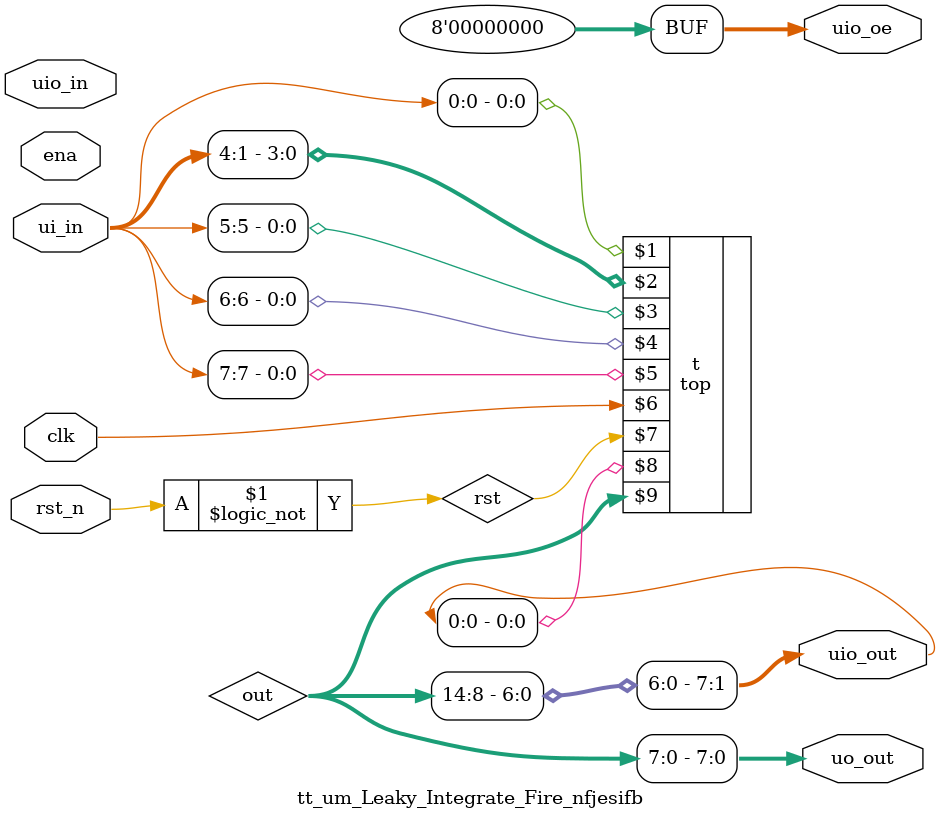
<source format=v>
module tt_um_Leaky_Integrate_Fire_nfjesifb #( parameter MAX_COUNT = 24'd10_000_000 ) (
    input  wire [7:0] ui_in,    // Dedicated inputs - connected to the input switches
    output wire [7:0] uo_out,   // Dedicated outputs - connected to the 7 segment display
    input  wire [7:0] uio_in,   // IOs: Bidirectional Input path
    output wire [7:0] uio_out,  // IOs: Bidirectional Output path
    output wire [7:0] uio_oe,   // IOs: Bidirectional Enable path (active high: 0=input, 1=output)
    input  wire       ena,      // will go high when the design is enabled
    input  wire       clk,      // clock
    input  wire       rst_n     // reset_n - low to reset
);
    wire rst = ! rst_n;
    wire [14:0] out;

    assign out[7:0] = uo_out;
    assign out[14:8] = uio_out[7:1];

    assign uio_oe[7:0] = 0;

    top t(ui_in[0], ui_in[4:1], ui_in[5], ui_in[6], ui_in[7], clk, rst, uio_out[0], out);

endmodule
</source>
